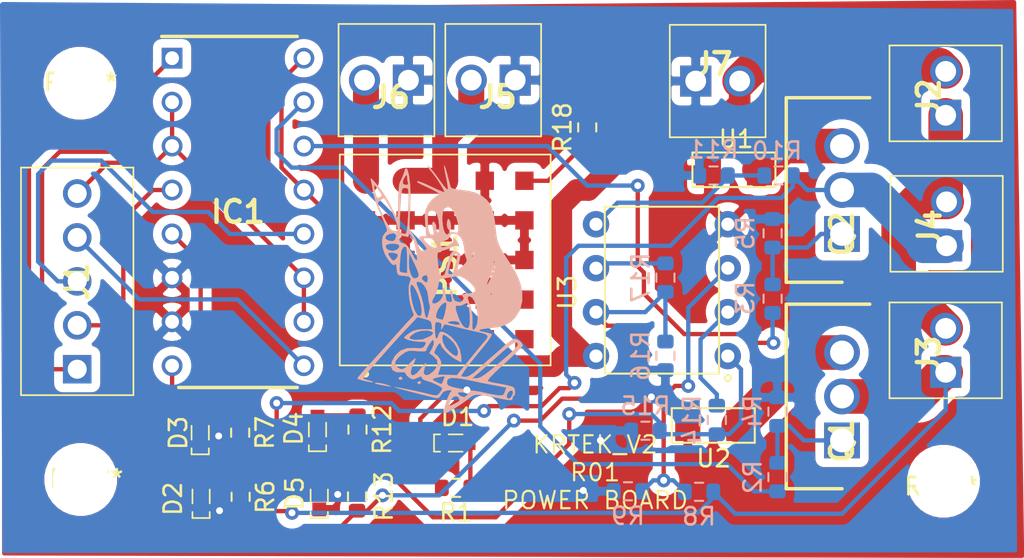
<source format=kicad_pcb>
(kicad_pcb (version 20171130) (host pcbnew "(5.1.10)-1")
  (title_block (title KRTEK_V2) (rev V01) (comment 4 "Author: William Cottier"))
  (layers (0 F.Cu signal) (31 B.Cu signal) (34 B.Paste user) (35 F.Paste user) (36 B.SilkS user) (37 F.SilkS user) (38 B.Mask user) (39 F.Mask user) (44 Edge.Cuts user))
  (net 0 "")
  (net 1 "Net-(D1-Pad2)")
  (net 2 GND)
  (net 3 "Net-(D2-Pad2)")
  (net 4 "Net-(D3-Pad2)")
  (net 5 "Net-(D4-Pad2)")
  (net 6 "Net-(D5-Pad2)")
  (net 7 PYRO1IN)
  (net 8 GNDIN)
  (net 9 PYRO2IN)
  (net 10 BUZZ1)
  (net 11 BUZZ2)
  (net 12 BUZZ2IN)
  (net 13 BUZZ1IN)
  (net 14 VCC)
  (net 15 OPTO2)
  (net 16 OPTO1)
  (net 17 PYRO1)
  (net 18 PYRO2)
  (net 19 VINSERVO2)
  (net 20 VINSERVO1)
  (net 21 "Net-(PS1-PadE1)")
  (net 22 "Net-(PS1-PadE2)")
  (net 23 "Net-(PS1-PadE5)")
  (net 24 FUSE1)
  (net 25 "Net-(Q1-Pad1)")
  (net 26 "Net-(Q2-Pad1)")
  (net 27 FUSE2)
  (net 28 AMP1)
  (net 29 AMP2)
  (net 30 "Net-(R14-Pad1)")
  (net 31 "Net-(R17-Pad1)")
  (net 32 PYROTERMIN)
  (module MountingHole:MountingHole_3.2mm_M3 (layer F.Cu) (at 148.5204 106.4554)
    (fp_text reference REF** (at -0.127 0.3048) (layer F.SilkS))
    (fp_text value MountingHole_3.2mm_M3)
    (pad 1 np_thru_hole circle (at 0 0) (size 3.2 3.2) (drill 3.2) (layers *.Cu *.Mask))
  )
  (module SamacSys_Parts:DIP762W60P254L2030H430Q16N (layer F.Cu) (at 107.728 90.8852)
    (fp_text reference IC1 (at 0 0) (layer F.SilkS) (effects (font (size 1.27 1.27) (thickness 0.254))))
    (fp_text value ILQ30 hide)
    (pad 1 thru_hole rect (at -3.81 -8.89) (size 1.2 1.2) (drill 0.8) (layers *.Cu *.Mask) (net 7 PYRO1IN))
    (pad 2 thru_hole circle (at -3.81 -6.35) (size 1.2 1.2) (drill 0.8) (layers *.Cu *.Mask) (net 8 GNDIN))
    (pad 3 thru_hole circle (at -3.81 -3.81) (size 1.2 1.2) (drill 0.8) (layers *.Cu *.Mask) (net 8 GNDIN))
    (pad 4 thru_hole circle (at -3.81 -1.27) (size 1.2 1.2) (drill 0.8) (layers *.Cu *.Mask) (net 9 PYRO2IN))
    (pad 5 thru_hole circle (at -3.81 1.27) (size 1.2 1.2) (drill 0.8) (layers *.Cu *.Mask) (net 10 BUZZ1))
    (pad 6 thru_hole circle (at -3.81 3.81) (size 1.2 1.2) (drill 0.8) (layers *.Cu *.Mask) (net 2 GND))
    (pad 7 thru_hole circle (at -3.81 6.35) (size 1.2 1.2) (drill 0.8) (layers *.Cu *.Mask) (net 2 GND))
    (pad 8 thru_hole circle (at -3.81 8.89) (size 1.2 1.2) (drill 0.8) (layers *.Cu *.Mask) (net 11 BUZZ2))
    (pad 9 thru_hole circle (at 3.81 8.89) (size 1.2 1.2) (drill 0.8) (layers *.Cu *.Mask) (net 12 BUZZ2IN))
    (pad 10 thru_hole circle (at 3.81 6.35) (size 1.2 1.2) (drill 0.8) (layers *.Cu *.Mask) (net 8 GNDIN))
    (pad 11 thru_hole circle (at 3.81 3.81) (size 1.2 1.2) (drill 0.8) (layers *.Cu *.Mask) (net 8 GNDIN))
    (pad 12 thru_hole circle (at 3.81 1.27) (size 1.2 1.2) (drill 0.8) (layers *.Cu *.Mask) (net 13 BUZZ1IN))
    (pad 13 thru_hole circle (at 3.81 -1.27) (size 1.2 1.2) (drill 0.8) (layers *.Cu *.Mask) (net 14 VCC))
    (pad 14 thru_hole circle (at 3.81 -3.81) (size 1.2 1.2) (drill 0.8) (layers *.Cu *.Mask) (net 15 OPTO2))
    (pad 15 thru_hole circle (at 3.81 -6.35) (size 1.2 1.2) (drill 0.8) (layers *.Cu *.Mask) (net 16 OPTO1))
    (pad 16 thru_hole circle (at 3.81 -8.89) (size 1.2 1.2) (drill 0.8) (layers *.Cu *.Mask) (net 14 VCC))
  )
  (module MountingHole:MountingHole_3.2mm_M3 (layer F.Cu) (at 98.584 83.443)
    (fp_text reference REF** (at 0.0508 -0.0508) (layer F.SilkS))
    (fp_text value MountingHole_3.2mm_M3)
    (pad 1 np_thru_hole circle (at 0 0) (size 3.2 3.2) (drill 3.2) (layers *.Cu *.Mask))
  )
  (module MountingHole:MountingHole_3.2mm_M3 (layer F.Cu) (at 98.6348 106.3538)
    (fp_text reference REF** (at 0.3302 -0.0508) (layer F.SilkS))
    (fp_text value MountingHole_3.2mm_M3)
    (pad 1 np_thru_hole circle (at 0 0) (size 3.2 3.2) (drill 3.2) (layers *.Cu *.Mask))
  )
  (module SamacSys_Parts:TO254P483X1016X1994-3P (layer F.Cu) (at 142.653 92.1552 90)
    (fp_text reference Q2 (at 0 0 90) (layer F.SilkS) (effects (font (size 1.27 1.27) (thickness 0.254))))
    (fp_text value IRL40B212 hide)
    (pad 1 thru_hole rect (at 0 0 90) (size 2.07 2.07) (drill 1.38) (layers *.Cu *.Mask) (net 26 "Net-(Q2-Pad1)"))
    (pad 2 thru_hole circle (at 2.54 0 90) (size 2.07 2.07) (drill 1.38) (layers *.Cu *.Mask) (net 18 PYRO2))
    (pad 3 thru_hole circle (at 5.08 0 90) (size 2.07 2.07) (drill 1.38) (layers *.Cu *.Mask) (net 27 FUSE2))
  )
  (module KRTEK_V2:b_smol_KRTEK_LOGO (layer B.Cu) (at 119.285 95.254 180)
    (fp_text reference G*** hide)
    (fp_text value LOGO hide)
  )
  (module SamacSys_Parts:282834-2_1 (layer F.Cu) (at 117.5832 83.2652 180)
    (fp_text reference J6 (at 1.016 -0.976) (layer F.SilkS) (effects (font (size 1.27 1.27) (thickness 0.254))))
    (fp_text value Servo1 hide)
    (pad 1 thru_hole rect (at 0 0 180) (size 1.8 1.8) (drill 1.2) (layers *.Cu *.Mask) (net 2 GND))
    (pad 2 thru_hole circle (at 2.54 0 180) (size 1.8 1.8) (drill 1.2) (layers *.Cu *.Mask) (net 20 VINSERVO1))
  )
  (module SamacSys_Parts:282834-2_1 (layer F.Cu) (at 148.6474 85.2972 90)
    (fp_text reference J2 (at 1.016 -0.976 90) (layer F.SilkS) (effects (font (size 1.27 1.27) (thickness 0.254))))
    (fp_text value ARM hide)
    (pad 1 thru_hole rect (at 0 0 90) (size 1.8 1.8) (drill 1.2) (layers *.Cu *.Mask) (net 32 PYROTERMIN))
    (pad 2 thru_hole circle (at 2.54 0 90) (size 1.8 1.8) (drill 1.2) (layers *.Cu *.Mask) (net 14 VCC))
  )
  (module SamacSys_Parts:282834-2_1 (layer F.Cu) (at 123.7554 83.2652 180)
    (fp_text reference J5 (at 1.016 -0.976) (layer F.SilkS) (effects (font (size 1.27 1.27) (thickness 0.254))))
    (fp_text value Servo2 hide)
    (pad 2 thru_hole circle (at 2.54 0 180) (size 1.8 1.8) (drill 1.2) (layers *.Cu *.Mask) (net 19 VINSERVO2))
    (pad 1 thru_hole rect (at 0 0 180) (size 1.8 1.8) (drill 1.2) (layers *.Cu *.Mask) (net 2 GND))
  )
  (module SamacSys_Parts:282834-2_1 (layer F.Cu) (at 148.6982 92.841 90)
    (fp_text reference J4 (at 1.016 -0.976 90) (layer F.SilkS) (effects (font (size 1.27 1.27) (thickness 0.254))))
    (fp_text value Pyro2 hide)
    (pad 1 thru_hole rect (at 0 0 90) (size 1.8 1.8) (drill 1.2) (layers *.Cu *.Mask) (net 18 PYRO2))
    (pad 2 thru_hole circle (at 2.54 0 90) (size 1.8 1.8) (drill 1.2) (layers *.Cu *.Mask) (net 32 PYROTERMIN))
  )
  (module SamacSys_Parts:282834-2_1 (layer F.Cu) (at 134.1948 83.316)
    (fp_text reference J7 (at 1.016 -0.976) (layer F.SilkS) (effects (font (size 1.27 1.27) (thickness 0.254))))
    (fp_text value Batt hide)
    (pad 2 thru_hole circle (at 2.54 0) (size 1.8 1.8) (drill 1.2) (layers *.Cu *.Mask) (net 14 VCC))
    (pad 1 thru_hole rect (at 0 0) (size 1.8 1.8) (drill 1.2) (layers *.Cu *.Mask) (net 2 GND))
  )
  (module SamacSys_Parts:2828345 (layer F.Cu) (at 98.4316 99.9784 90)
    (fp_text reference J1 (at 5.08 0 90) (layer F.SilkS) (effects (font (size 1.27 1.27) (thickness 0.254))))
    (fp_text value EXTIN hide)
    (pad 1 thru_hole rect (at 0 0 90) (size 1.65 1.65) (drill 1.1) (layers *.Cu *.Mask) (net 7 PYRO1IN))
    (pad 2 thru_hole circle (at 2.54 0 90) (size 1.65 1.65) (drill 1.1) (layers *.Cu *.Mask) (net 9 PYRO2IN))
    (pad 3 thru_hole circle (at 5.08 0 90) (size 1.65 1.65) (drill 1.1) (layers *.Cu *.Mask) (net 13 BUZZ1IN))
    (pad 4 thru_hole circle (at 7.62 0 90) (size 1.65 1.65) (drill 1.1) (layers *.Cu *.Mask) (net 12 BUZZ2IN))
    (pad 5 thru_hole circle (at 10.16 0 90) (size 1.65 1.65) (drill 1.1) (layers *.Cu *.Mask) (net 8 GNDIN))
  )
  (module SamacSys_Parts:282834-2_1 (layer F.Cu) (at 148.6474 100.1562 90)
    (fp_text reference J3 (at 1.016 -0.976 90) (layer F.SilkS) (effects (font (size 1.27 1.27) (thickness 0.254))))
    (fp_text value Pyro1 hide)
    (pad 2 thru_hole circle (at 2.54 0 90) (size 1.8 1.8) (drill 1.2) (layers *.Cu *.Mask) (net 32 PYROTERMIN))
    (pad 1 thru_hole rect (at 0 0 90) (size 1.8 1.8) (drill 1.2) (layers *.Cu *.Mask) (net 17 PYRO1))
  )
  (module KRTEK_V2:AS358AP-PDIP-8 (layer F.Cu) (at 132.239 95.4064 90)
    (fp_text reference U3 (at -0.127 -5.469 90) (layer F.SilkS))
    (fp_text value AS358AP)
    (pad 1 thru_hole circle (at -3.81 3.81 90) (size 1.524 1.524) (drill 0.762) (layers *.Cu *.Mask) (net 10 BUZZ1))
    (pad 2 thru_hole circle (at -1.27 3.81 90) (size 1.524 1.524) (drill 0.762) (layers *.Cu *.Mask) (net 30 "Net-(R14-Pad1)"))
    (pad 3 thru_hole circle (at 1.27 3.81 90) (size 1.524 1.524) (drill 0.762) (layers *.Cu *.Mask) (net 28 AMP1))
    (pad 4 thru_hole circle (at 3.81 3.81 90) (size 1.524 1.524) (drill 0.762) (layers *.Cu *.Mask) (net 2 GND))
    (pad 5 thru_hole circle (at 3.81 -3.81 90) (size 1.524 1.524) (drill 0.762) (layers *.Cu *.Mask) (net 29 AMP2))
    (pad 6 thru_hole circle (at 1.27 -3.81 90) (size 1.524 1.524) (drill 0.762) (layers *.Cu *.Mask) (net 31 "Net-(R17-Pad1)"))
    (pad 7 thru_hole circle (at -1.27 -3.81 90) (size 1.524 1.524) (drill 0.762) (layers *.Cu *.Mask) (net 11 BUZZ2))
    (pad 8 thru_hole circle (at -3.81 -3.81 90) (size 1.524 1.524) (drill 0.762) (layers *.Cu *.Mask) (net 14 VCC))
  )
  (module digikey-footprints:LED_2-SMD_No_Lead_1.7x0.8mm (layer F.Cu) (at 120.313 104.2456)
    (fp_text reference D1 (at 0.115 -1.4986) (layer F.SilkS))
    (fp_text value RED)
    (pad 2 smd rect (at 0.75 0) (size 0.8 0.8) (layers F.Cu F.Paste F.Mask) (net 1 "Net-(D1-Pad2)"))
    (pad 1 smd rect (at -0.75 0) (size 0.8 0.8) (layers F.Cu F.Paste F.Mask) (net 2 GND))
  )
  (module digikey-footprints:LED_2-SMD_No_Lead_1.7x0.8mm (layer F.Cu) (at 105.5944 107.3324 90)
    (fp_text reference D2 (at -0.139 -1.6256 90) (layer F.SilkS))
    (fp_text value YELLOW)
    (pad 1 smd rect (at -0.75 0 90) (size 0.8 0.8) (layers F.Cu F.Paste F.Mask) (net 2 GND))
    (pad 2 smd rect (at 0.75 0 90) (size 0.8 0.8) (layers F.Cu F.Paste F.Mask) (net 3 "Net-(D2-Pad2)"))
  )
  (module digikey-footprints:LED_2-SMD_No_Lead_1.7x0.8mm (layer F.Cu) (at 105.5436 103.6494 90)
    (fp_text reference D3 (at -0.012 -1.27 90) (layer F.SilkS))
    (fp_text value YELLOW)
    (pad 2 smd rect (at 0.75 0 90) (size 0.8 0.8) (layers F.Cu F.Paste F.Mask) (net 4 "Net-(D3-Pad2)"))
    (pad 1 smd rect (at -0.75 0 90) (size 0.8 0.8) (layers F.Cu F.Paste F.Mask) (net 2 GND))
  )
  (module digikey-footprints:LED_2-SMD_No_Lead_1.7x0.8mm (layer F.Cu) (at 112.3254 103.4716 90)
    (fp_text reference D4 (at 0.0642 -1.3716 90) (layer F.SilkS))
    (fp_text value GREEN)
    (pad 1 smd rect (at -0.75 0 90) (size 0.8 0.8) (layers F.Cu F.Paste F.Mask) (net 2 GND))
    (pad 2 smd rect (at 0.75 0 90) (size 0.8 0.8) (layers F.Cu F.Paste F.Mask) (net 5 "Net-(D4-Pad2)"))
  )
  (module digikey-footprints:LED_2-SMD_No_Lead_1.7x0.8mm (layer F.Cu) (at 112.427 107.3324 90)
    (fp_text reference D5 (at 0.1658 -1.4224 90) (layer F.SilkS))
    (fp_text value GREEN)
    (pad 2 smd rect (at 0.75 0 90) (size 0.8 0.8) (layers F.Cu F.Paste F.Mask) (net 6 "Net-(D5-Pad2)"))
    (pad 1 smd rect (at -0.75 0 90) (size 0.8 0.8) (layers F.Cu F.Paste F.Mask) (net 2 GND))
  )
  (module SamacSys_Parts:RPM5060 (layer F.Cu) (at 119.7088 93.6618 90)
    (fp_text reference PS1 (at -0.303 0 90) (layer F.SilkS) (effects (font (size 1.27 1.27) (thickness 0.254))))
    (fp_text value RPM5.0-6.0 hide)
    (pad A1 smd rect (at -4.58 -4.58 180) (size 1.06 1.06) (layers F.Cu F.Paste F.Mask) (net 14 VCC))
    (pad A2 smd rect (at -2.29 -4.58 180) (size 1.06 1.06) (layers F.Cu F.Paste F.Mask) (net 14 VCC))
    (pad A3 smd rect (at 0 -4.58 180) (size 1.06 1.06) (layers F.Cu F.Paste F.Mask) (net 2 GND))
    (pad A4 smd rect (at 2.29 -4.58 180) (size 1.06 1.06) (layers F.Cu F.Paste F.Mask) (net 2 GND))
    (pad A5 smd rect (at 4.58 -4.58 180) (size 1.06 1.06) (layers F.Cu F.Paste F.Mask) (net 20 VINSERVO1))
    (pad B1 smd rect (at -4.58 -2.29 180) (size 1.06 1.06) (layers F.Cu F.Paste F.Mask) (net 2 GND))
    (pad B2 smd rect (at -2.29 -2.29 180) (size 1.06 1.06) (layers F.Cu F.Paste F.Mask) (net 2 GND))
    (pad B3 smd rect (at 0 -2.29 180) (size 1.06 1.06) (layers F.Cu F.Paste F.Mask) (net 2 GND))
    (pad B4 smd rect (at 2.29 -2.29 180) (size 1.06 1.06) (layers F.Cu F.Paste F.Mask) (net 2 GND))
    (pad B5 smd rect (at 4.58 -2.29 180) (size 1.06 1.06) (layers F.Cu F.Paste F.Mask) (net 19 VINSERVO2))
    (pad C1 smd rect (at -4.58 0 180) (size 1.06 1.06) (layers F.Cu F.Paste F.Mask) (net 14 VCC))
    (pad C2 smd rect (at -2.29 0 180) (size 1.06 1.06) (layers F.Cu F.Paste F.Mask) (net 2 GND))
    (pad C3 smd rect (at 0 0 180) (size 1.06 1.06) (layers F.Cu F.Paste F.Mask) (net 2 GND))
    (pad C4 smd rect (at 2.29 0 180) (size 1.06 1.06) (layers F.Cu F.Paste F.Mask) (net 2 GND))
    (pad C5 smd rect (at 4.58 0 180) (size 1.06 1.06) (layers F.Cu F.Paste F.Mask) (net 19 VINSERVO2))
    (pad D1 smd rect (at -4.58 2.29 180) (size 1.06 1.06) (layers F.Cu F.Paste F.Mask) (net 14 VCC))
    (pad D2 smd rect (at -2.29 2.29 180) (size 1.06 1.06) (layers F.Cu F.Paste F.Mask) (net 2 GND))
    (pad D3 smd rect (at 0 2.29 180) (size 1.06 1.06) (layers F.Cu F.Paste F.Mask) (net 2 GND))
    (pad D4 smd rect (at 2.29 2.29 180) (size 1.06 1.06) (layers F.Cu F.Paste F.Mask) (net 2 GND))
    (pad D5 smd rect (at 4.58 2.29 180) (size 1.06 1.06) (layers F.Cu F.Paste F.Mask) (net 2 GND))
    (pad E1 smd rect (at -4.58 4.58 180) (size 1.06 1.06) (layers F.Cu F.Paste F.Mask) (net 21 "Net-(PS1-PadE1)"))
    (pad E2 smd rect (at -2.29 4.58 180) (size 1.06 1.06) (layers F.Cu F.Paste F.Mask) (net 22 "Net-(PS1-PadE2)"))
    (pad E3 smd rect (at 0 4.58 180) (size 1.06 1.06) (layers F.Cu F.Paste F.Mask) (net 2 GND))
    (pad E4 smd rect (at 2.29 4.58 180) (size 1.06 1.06) (layers F.Cu F.Paste F.Mask) (net 2 GND))
    (pad E5 smd rect (at 4.58 4.58 180) (size 1.06 1.06) (layers F.Cu F.Paste F.Mask) (net 23 "Net-(PS1-PadE5)"))
  )
  (module SamacSys_Parts:TO254P483X1016X1994-3P (layer F.Cu) (at 142.653 104.0932 90)
    (fp_text reference Q1 (at 0 0 90) (layer F.SilkS) (effects (font (size 1.27 1.27) (thickness 0.254))))
    (fp_text value IRL40B212 hide)
    (pad 3 thru_hole circle (at 5.08 0 90) (size 2.07 2.07) (drill 1.38) (layers *.Cu *.Mask) (net 24 FUSE1))
    (pad 2 thru_hole circle (at 2.54 0 90) (size 2.07 2.07) (drill 1.38) (layers *.Cu *.Mask) (net 17 PYRO1))
    (pad 1 thru_hole rect (at 0 0 90) (size 2.07 2.07) (drill 1.38) (layers *.Cu *.Mask) (net 25 "Net-(Q1-Pad1)"))
  )
  (module KRTEK_V2:SF-1206HH10M-2 (layer F.Cu) (at 136.4028 88.4468 180)
    (fp_text reference U1 (at -0.127 1.778) (layer F.SilkS))
    (fp_text value SF-1206HH10M-2)
    (pad 1 smd rect (at -1.475 0 180) (size 1.45 1.8) (layers F.Cu F.Paste F.Mask) (net 27 FUSE2))
    (pad 2 smd rect (at 1.475 0 180) (size 1.45 1.8) (layers F.Cu F.Paste F.Mask) (net 2 GND))
  )
  (module KRTEK_V2:SF-1206HH10M-2 (layer F.Cu) (at 135.209 103.2296 180)
    (fp_text reference U2 (at -0.0236 -1.905) (layer F.SilkS))
    (fp_text value SF-1206HH10M-2)
    (pad 2 smd rect (at 1.475 0 180) (size 1.45 1.8) (layers F.Cu F.Paste F.Mask) (net 2 GND))
    (pad 1 smd rect (at -1.475 0 180) (size 1.45 1.8) (layers F.Cu F.Paste F.Mask) (net 24 FUSE1))
  )
  (module Resistor_SMD:R_0603_1608Metric (layer F.Cu) (at 120.3386 106.8364 180)
    (fp_text reference R1 (at 0 -1.43) (layer F.SilkS))
    (fp_text value 740)
    (pad 2 smd roundrect (at 0.825 0 180) (size 0.8 0.95) (layers F.Cu F.Paste F.Mask) (net 14 VCC))
    (pad 1 smd roundrect (at -0.825 0 180) (size 0.8 0.95) (layers F.Cu F.Paste F.Mask) (net 1 "Net-(D1-Pad2)"))
  )
  (module Resistor_SMD:R_0603_1608Metric (layer B.Cu) (at 138.9192 106.2136 270)
    (fp_text reference R2 (at 0 1.43 90) (layer B.SilkS) (effects (justify mirror)))
    (fp_text value 500)
    (pad 2 smd roundrect (at 0.825 0 270) (size 0.8 0.95) (layers B.Cu B.Paste B.Mask) (net 16 OPTO1))
    (pad 1 smd roundrect (at -0.825 0 270) (size 0.8 0.95) (layers B.Cu B.Paste B.Mask) (net 25 "Net-(Q1-Pad1)"))
  )
  (module Resistor_SMD:R_0603_1608Metric (layer B.Cu) (at 138.6398 95.9012 270)
    (fp_text reference R3 (at -0.0376 1.5748 90) (layer B.SilkS) (effects (justify mirror)))
    (fp_text value 500)
    (pad 2 smd roundrect (at 0.825 0 270) (size 0.8 0.95) (layers B.Cu B.Paste B.Mask) (net 15 OPTO2))
    (pad 1 smd roundrect (at -0.825 0 270) (size 0.8 0.95) (layers B.Cu B.Paste B.Mask) (net 26 "Net-(Q2-Pad1)"))
  )
  (module Resistor_SMD:R_0603_1608Metric (layer B.Cu) (at 138.9192 102.429 270)
    (fp_text reference R4 (at 0 1.43 90) (layer B.SilkS) (effects (justify mirror)))
    (fp_text value 10k)
    (pad 1 smd roundrect (at -0.825 0 270) (size 0.8 0.95) (layers B.Cu B.Paste B.Mask) (net 2 GND))
    (pad 2 smd roundrect (at 0.825 0 270) (size 0.8 0.95) (layers B.Cu B.Paste B.Mask) (net 25 "Net-(Q1-Pad1)"))
  )
  (module Resistor_SMD:R_0603_1608Metric (layer B.Cu) (at 138.6398 92.1166 270)
    (fp_text reference R5 (at -0.0122 1.5748 90) (layer B.SilkS) (effects (justify mirror)))
    (fp_text value 10k)
    (pad 1 smd roundrect (at -0.825 0 270) (size 0.8 0.95) (layers B.Cu B.Paste B.Mask) (net 2 GND))
    (pad 2 smd roundrect (at 0.825 0 270) (size 0.8 0.95) (layers B.Cu B.Paste B.Mask) (net 26 "Net-(Q2-Pad1)"))
  )
  (module Resistor_SMD:R_0603_1608Metric (layer F.Cu) (at 107.8804 107.3566 270)
    (fp_text reference R6 (at 0 -1.43 90) (layer F.SilkS))
    (fp_text value 740)
    (pad 1 smd roundrect (at -0.825 0 270) (size 0.8 0.95) (layers F.Cu F.Paste F.Mask) (net 3 "Net-(D2-Pad2)"))
    (pad 2 smd roundrect (at 0.825 0 270) (size 0.8 0.95) (layers F.Cu F.Paste F.Mask) (net 17 PYRO1))
  )
  (module Resistor_SMD:R_0603_1608Metric (layer F.Cu) (at 107.855 103.6482 270)
    (fp_text reference R7 (at 0 -1.43 90) (layer F.SilkS))
    (fp_text value 740)
    (pad 2 smd roundrect (at 0.825 0 270) (size 0.8 0.95) (layers F.Cu F.Paste F.Mask) (net 18 PYRO2))
    (pad 1 smd roundrect (at -0.825 0 270) (size 0.8 0.95) (layers F.Cu F.Paste F.Mask) (net 4 "Net-(D3-Pad2)"))
  )
  (module Resistor_SMD:R_0603_1608Metric (layer B.Cu) (at 134.3848 107.065)
    (fp_text reference R8 (at 0 1.43) (layer B.SilkS) (effects (justify mirror)))
    (fp_text value 34k)
    (pad 2 smd roundrect (at 0.825 0) (size 0.8 0.95) (layers B.Cu B.Paste B.Mask) (net 17 PYRO1))
    (pad 1 smd roundrect (at -0.825 0) (size 0.8 0.95) (layers B.Cu B.Paste B.Mask) (net 28 AMP1))
  )
  (module Resistor_SMD:R_0603_1608Metric (layer B.Cu) (at 130.2771 107.0356)
    (fp_text reference R9 (at 0 1.43) (layer B.SilkS) (effects (justify mirror)))
    (fp_text value 66k)
    (pad 1 smd roundrect (at -0.825 0) (size 0.8 0.95) (layers B.Cu B.Paste B.Mask) (net 2 GND))
    (pad 2 smd roundrect (at 0.825 0) (size 0.8 0.95) (layers B.Cu B.Paste B.Mask) (net 28 AMP1))
  )
  (module Resistor_SMD:R_0603_1608Metric (layer B.Cu) (at 138.9822 88.777)
    (fp_text reference R10 (at -0.0884 -1.4224) (layer B.SilkS) (effects (justify mirror)))
    (fp_text value 34k)
    (pad 2 smd roundrect (at 0.825 0) (size 0.8 0.95) (layers B.Cu B.Paste B.Mask) (net 18 PYRO2))
    (pad 1 smd roundrect (at -0.825 0) (size 0.8 0.95) (layers B.Cu B.Paste B.Mask) (net 29 AMP2))
  )
  (module Resistor_SMD:R_0603_1608Metric (layer B.Cu) (at 135.224 88.777)
    (fp_text reference R11 (at -0.0132 -1.4986) (layer B.SilkS) (effects (justify mirror)))
    (fp_text value 66k)
    (pad 1 smd roundrect (at -0.825 0) (size 0.8 0.95) (layers B.Cu B.Paste B.Mask) (net 2 GND))
    (pad 2 smd roundrect (at 0.825 0) (size 0.8 0.95) (layers B.Cu B.Paste B.Mask) (net 29 AMP2))
  )
  (module Resistor_SMD:R_0603_1608Metric (layer F.Cu) (at 114.6368 103.4704 270)
    (fp_text reference R12 (at 0 -1.43 90) (layer F.SilkS))
    (fp_text value 740)
    (pad 2 smd roundrect (at 0.825 0 270) (size 0.8 0.95) (layers F.Cu F.Paste F.Mask) (net 10 BUZZ1))
    (pad 1 smd roundrect (at -0.825 0 270) (size 0.8 0.95) (layers F.Cu F.Paste F.Mask) (net 5 "Net-(D4-Pad2)"))
  )
  (module Resistor_SMD:R_0603_1608Metric (layer F.Cu) (at 114.6114 107.3312 270)
    (fp_text reference R13 (at 0.002 -1.5494 90) (layer F.SilkS))
    (fp_text value 740)
    (pad 1 smd roundrect (at -0.825 0 270) (size 0.8 0.95) (layers F.Cu F.Paste F.Mask) (net 6 "Net-(D5-Pad2)"))
    (pad 2 smd roundrect (at 0.825 0 270) (size 0.8 0.95) (layers F.Cu F.Paste F.Mask) (net 11 BUZZ2))
  )
  (module Resistor_SMD:R_0603_1608Metric (layer B.Cu) (at 135.414 102.9116 270)
    (fp_text reference R14 (at 0 1.43 90) (layer B.SilkS) (effects (justify mirror)))
    (fp_text value 10k)
    (pad 1 smd roundrect (at -0.825 0 270) (size 0.8 0.95) (layers B.Cu B.Paste B.Mask) (net 30 "Net-(R14-Pad1)"))
    (pad 2 smd roundrect (at 0.825 0 270) (size 0.8 0.95) (layers B.Cu B.Paste B.Mask) (net 10 BUZZ1))
  )
  (module Resistor_SMD:R_0603_1608Metric (layer B.Cu) (at 131.286 103.5344 180)
    (fp_text reference R15 (at 0 1.43) (layer B.SilkS) (effects (justify mirror)))
    (fp_text value 10k)
    (pad 2 smd roundrect (at 0.825 0 180) (size 0.8 0.95) (layers B.Cu B.Paste B.Mask) (net 2 GND))
    (pad 1 smd roundrect (at -0.825 0 180) (size 0.8 0.95) (layers B.Cu B.Paste B.Mask) (net 10 BUZZ1))
  )
  (module Resistor_SMD:R_0603_1608Metric (layer B.Cu) (at 132.4422 99.2032 270)
    (fp_text reference R16 (at 0 1.43 90) (layer B.SilkS) (effects (justify mirror)))
    (fp_text value 10k)
    (pad 1 smd roundrect (at -0.825 0 270) (size 0.8 0.95) (layers B.Cu B.Paste B.Mask) (net 11 BUZZ2))
    (pad 2 smd roundrect (at 0.825 0 270) (size 0.8 0.95) (layers B.Cu B.Paste B.Mask) (net 2 GND))
  )
  (module Resistor_SMD:R_0603_1608Metric (layer B.Cu) (at 132.4422 94.683 270)
    (fp_text reference R17 (at 0 1.43 90) (layer B.SilkS) (effects (justify mirror)))
    (fp_text value 10k)
    (pad 2 smd roundrect (at 0.825 0 270) (size 0.8 0.95) (layers B.Cu B.Paste B.Mask) (net 11 BUZZ2))
    (pad 1 smd roundrect (at -0.825 0 270) (size 0.8 0.95) (layers B.Cu B.Paste B.Mask) (net 31 "Net-(R17-Pad1)"))
  )
  (module Resistor_SMD:R_0603_1608Metric (layer F.Cu) (at 127.921 85.9952 90)
    (fp_text reference R18 (at 0 -1.43 90) (layer F.SilkS))
    (fp_text value 681k)
    (pad 1 smd roundrect (at -0.825 0 90) (size 0.8 0.95) (layers F.Cu F.Paste F.Mask) (net 23 "Net-(PS1-PadE5)"))
    (pad 2 smd roundrect (at 0.825 0 90) (size 0.8 0.95) (layers F.Cu F.Paste F.Mask) (net 2 GND))
  )
  (gr_text "KRTEK_V2\nR01\nPOWER BOARD" (at 128.3782 105.9474) (layer F.SilkS) (effects (font (size 1 1) (thickness 0.125))))
  (segment (start 121.1636 104.3462) (end 121.063 104.2456) (width 0.25) (layer F.Cu) (net 1))
  (segment (start 121.1636 106.8364) (end 121.1636 104.3462) (width 0.25) (layer F.Cu) (net 1))
  (via (at 106.6104 103.8392) (size 0.8) (drill 0.4) (layers F.Cu B.Cu) (net 2))
  (via (at 106.6612 108.1572) (size 0.8) (drill 0.4) (layers F.Cu B.Cu) (net 2))
  (via (at 131.6294 101.5786) (size 0.8) (drill 0.4) (layers F.Cu B.Cu) (net 2))
  (via (at 128.683 104.0932) (size 0.8) (drill 0.4) (layers F.Cu B.Cu) (net 2))
  (via (at 127.6924 106.9888) (size 0.8) (drill 0.4) (layers F.Cu B.Cu) (net 2))
  (via (at 120.9614 101.1722) (size 0.8) (drill 0.4) (layers F.Cu B.Cu) (net 2))
  (via (at 113.4938 107.2174) (size 0.8) (drill 0.4) (layers F.Cu B.Cu) (net 2))
  (segment (start 113.4938 107.2174) (end 113.4938 107.7) (width 0.25) (layer F.Cu) (net 2))
  (segment (start 113.1114 108.0824) (end 112.427 108.0824) (width 0.25) (layer F.Cu) (net 2))
  (segment (start 113.4938 107.7) (end 113.1114 108.0824) (width 0.25) (layer F.Cu) (net 2))
  (segment (start 107.8296 106.5824) (end 107.8804 106.5316) (width 0.25) (layer F.Cu) (net 3))
  (segment (start 105.5944 106.5824) (end 107.8296 106.5824) (width 0.25) (layer F.Cu) (net 3))
  (segment (start 107.7788 102.8994) (end 107.855 102.8232) (width 0.25) (layer F.Cu) (net 4))
  (segment (start 105.5436 102.8994) (end 107.7788 102.8994) (width 0.25) (layer F.Cu) (net 4))
  (segment (start 112.4016 102.6454) (end 112.3254 102.7216) (width 0.25) (layer F.Cu) (net 5))
  (segment (start 114.6368 102.6454) (end 112.4016 102.6454) (width 0.25) (layer F.Cu) (net 5))
  (segment (start 114.5352 106.5824) (end 114.6114 106.5062) (width 0.25) (layer F.Cu) (net 6))
  (segment (start 112.427 106.5824) (end 114.5352 106.5824) (width 0.25) (layer F.Cu) (net 6))
  (segment (start 103.4608 81.9952) (end 103.918 81.9952) (width 0.25) (layer F.Cu) (net 7))
  (segment (start 98.4316 99.6736) (end 97.8474 99.6736) (width 0.25) (layer F.Cu) (net 7))
  (segment (start 97.06 99.9784) (end 98.4316 99.9784) (width 0.25) (layer F.Cu) (net 7))
  (segment (start 96.3996 99.318) (end 97.06 99.9784) (width 0.25) (layer F.Cu) (net 7))
  (segment (start 96.3996 88.4214) (end 96.3996 99.318) (width 0.25) (layer F.Cu) (net 7))
  (segment (start 101.3018 87.4054) (end 97.4156 87.4054) (width 0.25) (layer F.Cu) (net 7))
  (segment (start 102.5718 86.1354) (end 101.3018 87.4054) (width 0.25) (layer F.Cu) (net 7))
  (segment (start 102.5718 83.3414) (end 102.5718 86.1354) (width 0.25) (layer F.Cu) (net 7))
  (segment (start 97.4156 87.4054) (end 96.3996 88.4214) (width 0.25) (layer F.Cu) (net 7))
  (segment (start 103.918 81.9952) (end 102.5718 83.3414) (width 0.25) (layer F.Cu) (net 7))
  (segment (start 102.9528 88.0404) (end 103.918 87.0752) (width 0.25) (layer F.Cu) (net 8))
  (segment (start 99.9048 88.0404) (end 102.9528 88.0404) (width 0.25) (layer F.Cu) (net 8))
  (segment (start 103.918 84.5352) (end 103.918 87.0752) (width 0.25) (layer F.Cu) (net 8))
  (segment (start 111.538 94.6952) (end 103.918 87.0752) (width 0.25) (layer F.Cu) (net 8))
  (segment (start 111.538 97.2352) (end 111.538 94.6952) (width 0.25) (layer F.Cu) (net 8))
  (segment (start 99.9048 88.3452) (end 99.9048 88.0404) (width 0.25) (layer F.Cu) (net 8))
  (segment (start 98.4316 89.8184) (end 99.9048 88.3452) (width 0.25) (layer F.Cu) (net 8))
  (segment (start 101.0986 95.8382) (end 101.0986 91.317) (width 0.25) (layer F.Cu) (net 9))
  (segment (start 102.8004 89.6152) (end 103.918 89.6152) (width 0.25) (layer F.Cu) (net 9))
  (segment (start 101.0986 91.317) (end 102.8004 89.6152) (width 0.25) (layer F.Cu) (net 9))
  (segment (start 98.4316 97.4384) (end 100.4128 97.4384) (width 0.25) (layer F.Cu) (net 9))
  (segment (start 101.0986 96.7526) (end 101.0986 95.8382) (width 0.25) (layer F.Cu) (net 9))
  (segment (start 100.4128 97.4384) (end 101.0986 96.7526) (width 0.25) (layer F.Cu) (net 9))
  (segment (start 132.3132 103.7366) (end 132.111 103.5344) (width 0.25) (layer B.Cu) (net 10))
  (segment (start 135.414 103.7366) (end 132.3132 103.7366) (width 0.25) (layer B.Cu) (net 10))
  (segment (start 135.414 103.7366) (end 136.1262 103.7366) (width 0.25) (layer B.Cu) (net 10))
  (segment (start 136.810999 99.978399) (end 136.049 99.2164) (width 0.25) (layer B.Cu) (net 10))
  (segment (start 136.810999 103.051801) (end 136.810999 99.978399) (width 0.25) (layer B.Cu) (net 10))
  (segment (start 136.1262 103.7366) (end 136.810999 103.051801) (width 0.25) (layer B.Cu) (net 10))
  (segment (start 114.6368 104.2954) (end 114.6368 104.4488) (width 0.25) (layer F.Cu) (net 10))
  (segment (start 114.6368 104.4488) (end 113.5446 105.541) (width 0.25) (layer F.Cu) (net 10))
  (segment (start 104.6292 105.541) (end 104.4006 105.3124) (width 0.25) (layer F.Cu) (net 10))
  (segment (start 113.5446 105.541) (end 104.6292 105.541) (width 0.25) (layer F.Cu) (net 10))
  (segment (start 104.4006 105.3124) (end 104.4006 101.477) (width 0.25) (layer F.Cu) (net 10))
  (segment (start 104.4006 101.477) (end 105.569 100.3086) (width 0.25) (layer F.Cu) (net 10))
  (segment (start 105.569 93.8062) (end 103.918 92.1552) (width 0.25) (layer F.Cu) (net 10))
  (segment (start 105.569 100.3086) (end 105.569 93.8062) (width 0.25) (layer F.Cu) (net 10))
  (segment (start 132.111 103.5344) (end 132.111 103.0508) (width 0.25) (layer B.Cu) (net 10))
  (segment (start 132.111 103.0508) (end 131.6294 102.5692) (width 0.25) (layer B.Cu) (net 10))
  (segment (start 131.6294 102.5692) (end 126.8796 102.5692) (width 0.25) (layer B.Cu) (net 10))
  (segment (start 126.8796 102.5692) (end 126.8796 102.5692) (width 0.25) (layer B.Cu) (net 10))
  (via (at 126.8796 102.5692) (size 0.8) (drill 0.4) (layers F.Cu B.Cu) (net 10))
  (segment (start 126.8796 102.5692) (end 126.8796 104.2964) (width 0.25) (layer F.Cu) (net 10))
  (segment (start 126.8796 104.2964) (end 122.6378 108.5382) (width 0.25) (layer F.Cu) (net 10))
  (segment (start 122.6378 108.5382) (end 119.0056 108.5382) (width 0.25) (layer F.Cu) (net 10))
  (segment (start 119.0056 108.5382) (end 116.9228 106.4554) (width 0.25) (layer F.Cu) (net 10))
  (segment (start 116.9228 106.4554) (end 116.9228 105.5156) (width 0.25) (layer F.Cu) (net 10))
  (segment (start 115.7026 104.2954) (end 114.6368 104.2954) (width 0.25) (layer F.Cu) (net 10))
  (segment (start 116.9228 105.5156) (end 115.7026 104.2954) (width 0.25) (layer F.Cu) (net 10))
  (via (at 116.0846 107.2682) (size 0.8) (drill 0.4) (layers F.Cu B.Cu) (net 11))
  (segment (start 132.4422 98.3782) (end 132.4422 95.508) (width 0.25) (layer B.Cu) (net 11))
  (segment (start 131.2738 96.6764) (end 132.4422 95.508) (width 0.25) (layer B.Cu) (net 11))
  (segment (start 128.429 96.6764) (end 131.2738 96.6764) (width 0.25) (layer B.Cu) (net 11))
  (segment (start 103.918 99.7752) (end 103.918 108.6398) (width 0.25) (layer F.Cu) (net 11))
  (segment (start 103.918 108.6398) (end 104.6292 109.351) (width 0.25) (layer F.Cu) (net 11))
  (segment (start 113.4166 109.351) (end 114.6114 108.1562) (width 0.25) (layer F.Cu) (net 11))
  (segment (start 104.6292 109.351) (end 113.4166 109.351) (width 0.25) (layer F.Cu) (net 11))
  (segment (start 115.1966 108.1562) (end 116.0846 107.2682) (width 0.25) (layer F.Cu) (net 11))
  (segment (start 114.6114 108.1562) (end 115.1966 108.1562) (width 0.25) (layer F.Cu) (net 11))
  (segment (start 116.0846 107.2682) (end 119.3612 107.2682) (width 0.25) (layer B.Cu) (net 11))
  (segment (start 119.3612 107.2682) (end 123.6792 102.9502) (width 0.25) (layer B.Cu) (net 11))
  (segment (start 123.6792 102.9502) (end 123.6792 102.9502) (width 0.25) (layer B.Cu) (net 11))
  (segment (start 128.81 96.6764) (end 128.429 96.6764) (width 0.25) (layer F.Cu) (net 11))
  (via (at 123.6792 102.9502) (size 0.8) (drill 0.4) (layers F.Cu B.Cu) (net 11))
  (segment (start 125.2032 102.9502) (end 123.6792 102.9502) (width 0.25) (layer F.Cu) (net 11))
  (segment (start 130.3848 101.6802) (end 126.4732 101.6802) (width 0.25) (layer F.Cu) (net 11))
  (segment (start 131.2992 100.7658) (end 130.3848 101.6802) (width 0.25) (layer F.Cu) (net 11))
  (segment (start 131.2992 98.2512) (end 131.2992 100.7658) (width 0.25) (layer F.Cu) (net 11))
  (segment (start 130.5118 97.4638) (end 131.2992 98.2512) (width 0.25) (layer F.Cu) (net 11))
  (segment (start 126.4732 101.6802) (end 125.2032 102.9502) (width 0.25) (layer F.Cu) (net 11))
  (segment (start 129.064 97.4638) (end 130.5118 97.4638) (width 0.25) (layer F.Cu) (net 11))
  (segment (start 128.429 96.8288) (end 129.064 97.4638) (width 0.25) (layer F.Cu) (net 11))
  (segment (start 128.429 96.6764) (end 128.429 96.8288) (width 0.25) (layer F.Cu) (net 11))
  (segment (start 102.013 95.9398) (end 98.4316 92.3584) (width 0.25) (layer B.Cu) (net 12))
  (segment (start 107.7026 95.9398) (end 102.013 95.9398) (width 0.25) (layer B.Cu) (net 12))
  (segment (start 111.538 99.7752) (end 107.7026 95.9398) (width 0.25) (layer B.Cu) (net 12))
  (segment (start 107.2708 92.1552) (end 111.538 92.1552) (width 0.25) (layer B.Cu) (net 13))
  (segment (start 102.8004 90.8852) (end 106.0008 90.8852) (width 0.25) (layer B.Cu) (net 13))
  (segment (start 106.0008 90.8852) (end 107.2708 92.1552) (width 0.25) (layer B.Cu) (net 13))
  (segment (start 96.9584 87.9134) (end 99.8286 87.9134) (width 0.25) (layer B.Cu) (net 13))
  (segment (start 99.8286 87.9134) (end 102.8004 90.8852) (width 0.25) (layer B.Cu) (net 13))
  (segment (start 96.171 88.7008) (end 96.9584 87.9134) (width 0.25) (layer B.Cu) (net 13))
  (segment (start 96.171 93.7554) (end 96.171 88.7008) (width 0.25) (layer B.Cu) (net 13))
  (segment (start 97.314 94.8984) (end 96.171 93.7554) (width 0.25) (layer B.Cu) (net 13))
  (segment (start 98.4316 94.8984) (end 97.314 94.8984) (width 0.25) (layer B.Cu) (net 13))
  (segment (start 136.7348 83.316) (end 137.6492 82.4016) (width 2) (layer F.Cu) (net 14))
  (segment (start 148.2918 82.4016) (end 148.6474 82.7572) (width 2) (layer F.Cu) (net 14))
  (segment (start 137.6492 82.4016) (end 148.2918 82.4016) (width 2) (layer F.Cu) (net 14))
  (segment (start 115.1288 95.9518) (end 114.9536 95.9518) (width 0.25) (layer F.Cu) (net 14))
  (segment (start 114.9536 95.9518) (end 113.2144 94.2126) (width 0.25) (layer F.Cu) (net 14))
  (segment (start 113.2144 91.2916) (end 111.538 89.6152) (width 0.25) (layer F.Cu) (net 14))
  (segment (start 113.2144 94.2126) (end 113.2144 91.2916) (width 0.25) (layer F.Cu) (net 14))
  (segment (start 111.538 81.9952) (end 110.2426 83.2906) (width 0.25) (layer F.Cu) (net 14))
  (segment (start 110.2426 88.3198) (end 111.538 89.6152) (width 0.25) (layer F.Cu) (net 14))
  (segment (start 110.2426 83.2906) (end 110.2426 88.3198) (width 0.25) (layer F.Cu) (net 14))
  (segment (start 119.7088 98.2418) (end 119.7088 101.4088) (width 0.25) (layer F.Cu) (net 14))
  (segment (start 119.7088 101.4088) (end 118.269 102.8486) (width 0.25) (layer F.Cu) (net 14))
  (segment (start 118.269 105.5918) (end 119.5136 106.8364) (width 0.25) (layer F.Cu) (net 14))
  (segment (start 118.269 102.8486) (end 118.269 105.5918) (width 0.25) (layer F.Cu) (net 14))
  (segment (start 136.7348 83.316) (end 136.7348 84.5606) (width 1.25) (layer F.Cu) (net 14))
  (segment (start 136.7348 84.5606) (end 135.4394 85.856) (width 1.25) (layer F.Cu) (net 14))
  (segment (start 135.4394 85.856) (end 131.7564 85.856) (width 1.25) (layer F.Cu) (net 14))
  (segment (start 131.7564 85.856) (end 127.9972 89.6152) (width 1.25) (layer F.Cu) (net 14))
  (segment (start 127.9972 89.6152) (end 127.3114 89.6152) (width 1.25) (layer F.Cu) (net 14))
  (segment (start 127.3114 89.6152) (end 126.4224 90.5042) (width 1.25) (layer F.Cu) (net 14))
  (segment (start 126.4224 90.5042) (end 126.4224 97.794) (width 1.25) (layer F.Cu) (net 14))
  (segment (start 127.8448 99.2164) (end 128.429 99.2164) (width 1.25) (layer F.Cu) (net 14))
  (segment (start 126.4224 97.794) (end 127.8448 99.2164) (width 1.25) (layer F.Cu) (net 14))
  (segment (start 128.429 99.2164) (end 126.5494 99.2164) (width 1.25) (layer F.Cu) (net 14))
  (segment (start 126.5494 99.2164) (end 125.9652 99.8006) (width 1.25) (layer F.Cu) (net 14))
  (segment (start 125.9652 99.8006) (end 122.4092 99.8006) (width 1.25) (layer F.Cu) (net 14))
  (segment (start 121.9988 99.3902) (end 121.9988 98.2418) (width 1.25) (layer F.Cu) (net 14))
  (segment (start 122.4092 99.8006) (end 121.9988 99.3902) (width 1.25) (layer F.Cu) (net 14))
  (segment (start 121.9988 98.2418) (end 119.7088 98.2418) (width 1.25) (layer F.Cu) (net 14))
  (segment (start 115.1288 98.2418) (end 115.1288 98.921) (width 1.25) (layer F.Cu) (net 14))
  (segment (start 115.1288 98.921) (end 116.1608 99.953) (width 1.25) (layer F.Cu) (net 14))
  (segment (start 116.1608 99.953) (end 118.8024 99.953) (width 1.25) (layer F.Cu) (net 14))
  (segment (start 119.7088 99.0466) (end 119.7088 98.2418) (width 1.25) (layer F.Cu) (net 14))
  (segment (start 118.8024 99.953) (end 119.7088 99.0466) (width 1.25) (layer F.Cu) (net 14))
  (segment (start 115.1288 98.2418) (end 115.1288 95.9518) (width 1.25) (layer F.Cu) (net 14))
  (via (at 138.6906 98.4544) (size 0.8) (drill 0.4) (layers F.Cu B.Cu) (net 15))
  (segment (start 138.6906 96.777) (end 138.6398 96.7262) (width 0.25) (layer B.Cu) (net 15))
  (segment (start 138.6398 98.4036) (end 138.6906 98.4544) (width 0.25) (layer B.Cu) (net 15))
  (segment (start 138.6398 96.7262) (end 138.6398 98.4036) (width 0.25) (layer B.Cu) (net 15))
  (segment (start 138.6906 98.4544) (end 137.7508 98.4544) (width 0.25) (layer F.Cu) (net 15))
  (segment (start 137.7508 98.4544) (end 137.2428 97.9464) (width 0.25) (layer F.Cu) (net 15))
  (segment (start 133.5344 97.9464) (end 131.1976 95.6096) (width 0.25) (layer F.Cu) (net 15))
  (segment (start 137.2428 97.9464) (end 133.5344 97.9464) (width 0.25) (layer F.Cu) (net 15))
  (segment (start 131.1976 94.387002) (end 130.842 94.031402) (width 0.25) (layer F.Cu) (net 15))
  (segment (start 131.1976 95.6096) (end 131.1976 94.387002) (width 0.25) (layer F.Cu) (net 15))
  (segment (start 130.842 94.031402) (end 130.842 89.3612) (width 0.25) (layer F.Cu) (net 15))
  (segment (start 130.842 89.3612) (end 130.842 89.3612) (width 0.25) (layer F.Cu) (net 15))
  (via (at 130.842 89.3612) (size 0.8) (drill 0.4) (layers F.Cu B.Cu) (net 15))
  (segment (start 111.538 87.0752) (end 125.635 87.0752) (width 0.25) (layer B.Cu) (net 15))
  (segment (start 127.921 89.3612) (end 130.842 89.3612) (width 0.25) (layer B.Cu) (net 15))
  (segment (start 125.635 87.0752) (end 127.921 89.3612) (width 0.25) (layer B.Cu) (net 15))
  (segment (start 111.538 84.5352) (end 109.9632 86.11) (width 0.25) (layer B.Cu) (net 16))
  (segment (start 109.9632 86.11) (end 109.9632 87.4562) (width 0.25) (layer B.Cu) (net 16))
  (segment (start 109.9632 87.4562) (end 110.8268 88.3198) (width 0.25) (layer B.Cu) (net 16))
  (segment (start 110.8268 88.3198) (end 113.8748 88.3198) (width 0.25) (layer B.Cu) (net 16))
  (segment (start 113.8748 88.3198) (end 125.2032 99.6482) (width 0.25) (layer B.Cu) (net 16))
  (segment (start 125.2032 99.6482) (end 125.2032 103.2804) (width 0.25) (layer B.Cu) (net 16))
  (segment (start 125.2032 103.2804) (end 127.3876 105.4648) (width 0.25) (layer B.Cu) (net 16))
  (segment (start 127.3876 105.4648) (end 135.9982 105.4648) (width 0.25) (layer B.Cu) (net 16))
  (segment (start 137.572 107.0386) (end 138.9192 107.0386) (width 0.25) (layer B.Cu) (net 16))
  (segment (start 135.9982 105.4648) (end 137.572 107.0386) (width 0.25) (layer B.Cu) (net 16))
  (segment (start 148.6474 100.1562) (end 148.495 100.1562) (width 2) (layer F.Cu) (net 17))
  (segment (start 147.098 101.5532) (end 142.653 101.5532) (width 2) (layer F.Cu) (net 17))
  (segment (start 148.495 100.1562) (end 147.098 101.5532) (width 2) (layer F.Cu) (net 17))
  (segment (start 142.653 101.5532) (end 141.8402 101.5532) (width 0.25) (layer F.Cu) (net 17))
  (segment (start 148.6474 100.1562) (end 148.6474 102.3406) (width 0.25) (layer B.Cu) (net 17))
  (segment (start 148.6474 102.3406) (end 142.653 108.335) (width 0.25) (layer B.Cu) (net 17))
  (segment (start 136.4798 108.335) (end 135.2098 107.065) (width 0.25) (layer B.Cu) (net 17))
  (segment (start 142.653 108.335) (end 136.4798 108.335) (width 0.25) (layer B.Cu) (net 17))
  (segment (start 135.2098 107.065) (end 135.2098 107.3962) (width 0.25) (layer B.Cu) (net 17))
  (segment (start 135.2098 107.3962) (end 134.3218 108.2842) (width 0.25) (layer B.Cu) (net 17))
  (segment (start 134.3218 108.2842) (end 110.8522 108.2842) (width 0.25) (layer B.Cu) (net 17))
  (segment (start 110.8522 108.2842) (end 110.6744 108.2842) (width 0.25) (layer B.Cu) (net 17))
  (via (at 110.8522 108.2842) (size 0.8) (drill 0.4) (layers F.Cu B.Cu) (net 17))
  (segment (start 110.7496 108.1816) (end 110.8522 108.2842) (width 0.25) (layer F.Cu) (net 17))
  (segment (start 107.8804 108.1816) (end 110.7496 108.1816) (width 0.25) (layer F.Cu) (net 17))
  (via (at 127.1844 100.7658) (size 0.8) (drill 0.4) (layers F.Cu B.Cu) (net 18))
  (segment (start 139.8072 88.777) (end 139.8072 89.2606) (width 0.25) (layer B.Cu) (net 18))
  (segment (start 148.6982 92.841) (end 147.3774 92.841) (width 2) (layer B.Cu) (net 18))
  (segment (start 144.343002 89.6152) (end 142.653 89.6152) (width 2) (layer B.Cu) (net 18))
  (segment (start 147.3774 92.649598) (end 144.343002 89.6152) (width 2) (layer B.Cu) (net 18))
  (segment (start 147.3774 92.841) (end 147.3774 92.649598) (width 2) (layer B.Cu) (net 18))
  (segment (start 140.6454 89.6152) (end 139.8072 88.777) (width 0.25) (layer B.Cu) (net 18))
  (segment (start 142.653 89.6152) (end 140.6454 89.6152) (width 0.25) (layer B.Cu) (net 18))
  (segment (start 121.952 102.3914) (end 121.952 102.3914) (width 0.25) (layer F.Cu) (net 18))
  (via (at 121.952 102.3914) (size 0.8) (drill 0.4) (layers F.Cu B.Cu) (net 18))
  (segment (start 121.952 102.3914) (end 117.0498 102.3914) (width 0.25) (layer B.Cu) (net 18))
  (segment (start 117.0498 102.3914) (end 116.5926 101.9342) (width 0.25) (layer B.Cu) (net 18))
  (segment (start 116.5926 101.9342) (end 109.9632 101.9342) (width 0.25) (layer B.Cu) (net 18))
  (segment (start 109.9632 101.9342) (end 109.9632 101.9342) (width 0.25) (layer B.Cu) (net 18))
  (via (at 109.9632 101.9342) (size 0.8) (drill 0.4) (layers F.Cu B.Cu) (net 18))
  (segment (start 109.9632 101.9342) (end 109.9632 103.9408) (width 0.25) (layer F.Cu) (net 18))
  (segment (start 109.4308 104.4732) (end 107.855 104.4732) (width 0.25) (layer F.Cu) (net 18))
  (segment (start 109.9632 103.9408) (end 109.4308 104.4732) (width 0.25) (layer F.Cu) (net 18))
  (segment (start 126.3208 101.0706) (end 125.2794 102.112) (width 0.25) (layer F.Cu) (net 18))
  (segment (start 122.2314 102.112) (end 121.952 102.3914) (width 0.25) (layer F.Cu) (net 18))
  (segment (start 125.2794 102.112) (end 122.2314 102.112) (width 0.25) (layer F.Cu) (net 18))
  (segment (start 126.8796 101.0706) (end 127.1844 100.7658) (width 0.25) (layer F.Cu) (net 18))
  (segment (start 126.3208 101.0706) (end 126.8796 101.0706) (width 0.25) (layer F.Cu) (net 18))
  (segment (start 139.8072 89.413) (end 139.8072 88.777) (width 0.25) (layer B.Cu) (net 18))
  (segment (start 139.1478 90.0724) (end 139.8072 89.413) (width 0.25) (layer B.Cu) (net 18))
  (segment (start 132.72301 92.841) (end 135.49161 90.0724) (width 0.25) (layer B.Cu) (net 18))
  (segment (start 127.413 92.841) (end 132.72301 92.841) (width 0.25) (layer B.Cu) (net 18))
  (segment (start 126.7018 93.5522) (end 127.413 92.841) (width 0.25) (layer B.Cu) (net 18))
  (segment (start 126.7018 100.2832) (end 126.7018 93.5522) (width 0.25) (layer B.Cu) (net 18))
  (segment (start 135.49161 90.0724) (end 139.1478 90.0724) (width 0.25) (layer B.Cu) (net 18))
  (segment (start 127.1844 100.7658) (end 126.7018 100.2832) (width 0.25) (layer B.Cu) (net 18))
  (segment (start 121.2154 83.2652) (end 121.2154 85.0432) (width 1.5) (layer F.Cu) (net 19))
  (segment (start 119.7088 86.5498) (end 119.7088 89.0818) (width 1.5) (layer F.Cu) (net 19))
  (segment (start 121.2154 85.0432) (end 119.7088 86.5498) (width 1.5) (layer F.Cu) (net 19))
  (segment (start 117.4188 89.0818) (end 119.7088 89.0818) (width 1.5) (layer F.Cu) (net 19))
  (segment (start 115.1288 83.3508) (end 115.0432 83.2652) (width 1.5) (layer F.Cu) (net 20))
  (segment (start 115.1288 89.0818) (end 115.1288 83.3508) (width 1.5) (layer F.Cu) (net 20))
  (segment (start 125.6594 89.0818) (end 127.921 86.8202) (width 0.25) (layer F.Cu) (net 23))
  (segment (start 124.2888 89.0818) (end 125.6594 89.0818) (width 0.25) (layer F.Cu) (net 23))
  (segment (start 140.9004 99.0132) (end 136.684 103.2296) (width 2) (layer F.Cu) (net 24))
  (segment (start 142.653 99.0132) (end 140.9004 99.0132) (width 2) (layer F.Cu) (net 24))
  (segment (start 138.9192 103.254) (end 138.9192 105.3886) (width 0.25) (layer B.Cu) (net 25))
  (segment (start 138.9192 103.254) (end 139.604 103.254) (width 0.25) (layer B.Cu) (net 25))
  (segment (start 140.4432 104.0932) (end 142.653 104.0932) (width 0.25) (layer B.Cu) (net 25))
  (segment (start 139.604 103.254) (end 140.4432 104.0932) (width 0.25) (layer B.Cu) (net 25))
  (segment (start 142.653 92.1552) (end 141.4338 92.1552) (width 0.25) (layer B.Cu) (net 26))
  (segment (start 140.6474 92.9416) (end 138.6398 92.9416) (width 0.25) (layer B.Cu) (net 26))
  (segment (start 141.4338 92.1552) (end 140.6474 92.9416) (width 0.25) (layer B.Cu) (net 26))
  (segment (start 138.6398 92.9416) (end 138.6398 95.0762) (width 0.25) (layer B.Cu) (net 26))
  (segment (start 139.2494 87.0752) (end 137.8778 88.4468) (width 2) (layer F.Cu) (net 27))
  (segment (start 142.653 87.0752) (end 139.2494 87.0752) (width 2) (layer F.Cu) (net 27))
  (segment (start 136.049 94.1364) (end 133.763 96.4224) (width 0.25) (layer B.Cu) (net 28))
  (segment (start 133.763 96.4224) (end 133.763 100.9436) (width 0.25) (layer B.Cu) (net 28))
  (segment (start 133.763 100.9436) (end 133.763 100.9436) (width 0.25) (layer B.Cu) (net 28))
  (via (at 133.763 100.9436) (size 0.8) (drill 0.4) (layers F.Cu B.Cu) (net 28))
  (segment (start 133.763 100.9436) (end 133.001 100.9436) (width 0.25) (layer F.Cu) (net 28))
  (segment (start 133.001 100.9436) (end 132.3406 101.604) (width 0.25) (layer F.Cu) (net 28))
  (segment (start 132.3406 101.604) (end 132.3406 106.4046) (width 0.25) (layer F.Cu) (net 28))
  (segment (start 132.3406 106.4046) (end 132.3406 106.4046) (width 0.25) (layer F.Cu) (net 28))
  (via (at 132.3406 106.4046) (size 0.8) (drill 0.4) (layers F.Cu B.Cu) (net 28))
  (segment (start 132.8994 106.4046) (end 133.5598 107.065) (width 0.25) (layer B.Cu) (net 28))
  (segment (start 132.3406 106.4046) (end 132.8994 106.4046) (width 0.25) (layer B.Cu) (net 28))
  (segment (start 131.7331 106.4046) (end 131.1021 107.0356) (width 0.25) (layer B.Cu) (net 28))
  (segment (start 132.3406 106.4046) (end 131.7331 106.4046) (width 0.25) (layer B.Cu) (net 28))
  (segment (start 136.049 88.777) (end 138.1572 88.777) (width 0.25) (layer B.Cu) (net 29))
  (segment (start 136.049 88.777) (end 136.049 88.8786) (width 0.25) (layer B.Cu) (net 29))
  (segment (start 136.049 88.8786) (end 134.5758 90.3518) (width 0.25) (layer B.Cu) (net 29))
  (segment (start 129.6736 90.3518) (end 128.429 91.5964) (width 0.25) (layer B.Cu) (net 29))
  (segment (start 134.5758 90.3518) (end 129.6736 90.3518) (width 0.25) (layer B.Cu) (net 29))
  (segment (start 135.414 102.0866) (end 135.414 101.4262) (width 0.25) (layer B.Cu) (net 30))
  (segment (start 135.414 101.4262) (end 134.4742 100.4864) (width 0.25) (layer B.Cu) (net 30))
  (segment (start 134.4742 98.2512) (end 136.049 96.6764) (width 0.25) (layer B.Cu) (net 30))
  (segment (start 134.4742 100.4864) (end 134.4742 98.2512) (width 0.25) (layer B.Cu) (net 30))
  (segment (start 128.7074 93.858) (end 128.429 94.1364) (width 0.25) (layer B.Cu) (net 31))
  (segment (start 132.4422 93.858) (end 128.7074 93.858) (width 0.25) (layer B.Cu) (net 31))
  (segment (start 148.6474 90.2502) (end 148.6982 90.301) (width 2) (layer F.Cu) (net 32))
  (segment (start 148.6474 85.2972) (end 148.6474 90.2502) (width 2) (layer F.Cu) (net 32))
  (segment (start 148.6982 90.301) (end 146.8948 90.301) (width 2) (layer F.Cu) (net 32))
  (segment (start 146.8948 90.301) (end 145.9296 91.2662) (width 2) (layer F.Cu) (net 32))
  (segment (start 145.9296 94.8984) (end 148.6474 97.6162) (width 2) (layer F.Cu) (net 32))
  (segment (start 145.9296 91.2662) (end 145.9296 94.8984) (width 2) (layer F.Cu) (net 32))
  (zone (net 2) (net_name GND) (layer F.Cu) (connect_pads (clearance 0.508)) (min_thickness 0.254) (fill yes (arc_segments 32) (thermal_gap 0.508) (thermal_bridge_width 0.508))
    (polygon (pts (xy 153.18765 110.89405) (xy 94.0882 110.748) (xy 94.0882 79.125) (xy 152.7241 78.6297)))
    (polygon (pts (xy 92.564164 78.997799) (xy 92.5134 78.998) (xy 92.5642 78.9726)))
  )
  (zone (net 2) (net_name GND) (layer B.Cu) (connect_pads (clearance 0.508)) (min_thickness 0.254) (fill yes (arc_segments 32) (thermal_gap 0.508) (thermal_bridge_width 0.508))
    (polygon (pts (xy 152.7749 110.5702) (xy 94.10725 110.6083) (xy 93.96755 78.8329) (xy 94.0882 78.744) (xy 152.559 79.1504)))
  )
)
</source>
